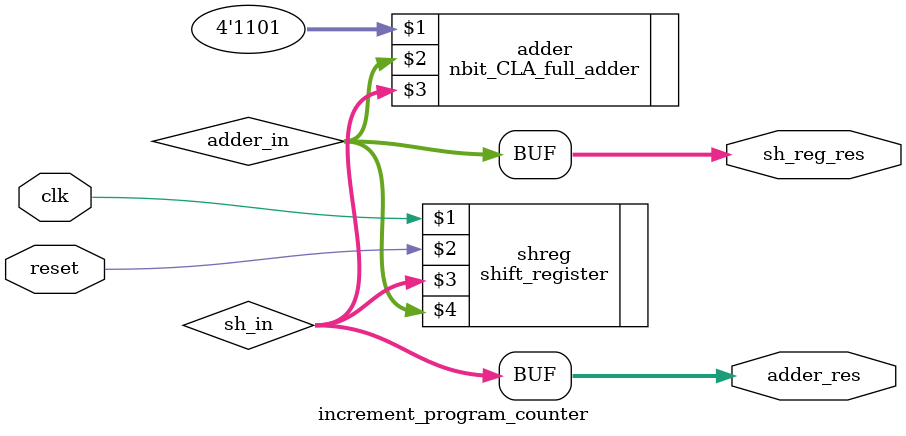
<source format=v>
`include "../shift-register/shift_register.v"
`include "../nbit-CLA-fulladder/nbit_CLA_full_adder.v"

module increment_program_counter (clk, reset, sh_reg_res, adder_res);
  // input [4:0] I;
  input clk;
  input reset;
  output [3:0] sh_reg_res;
  output [4:0] adder_res;

  wire [4:0] sh_in;
  // wire [3:0] sh_out;
  wire [3:0] adder_in;
  // wire [4:0] adder_out;

  shift_register #(5) shreg(clk, reset, sh_in, adder_in);
  nbit_CLA_full_adder #(4) adder(4'b1101, adder_in, sh_in);

  always @ ( posedge clk ) begin
    // sh_in = adder_out;
    // adder_in = sh_out;
    // $display("sh_in : %b",sh_in);
    // $display("adder_in : %b",adder_in);
    // $display("sh_out : %b",sh_out);
    // $display("adder_out : %b",adder_out);
  end

  assign sh_reg_res = adder_in;
  assign adder_res = sh_in;
endmodule // increment_program_counter

</source>
